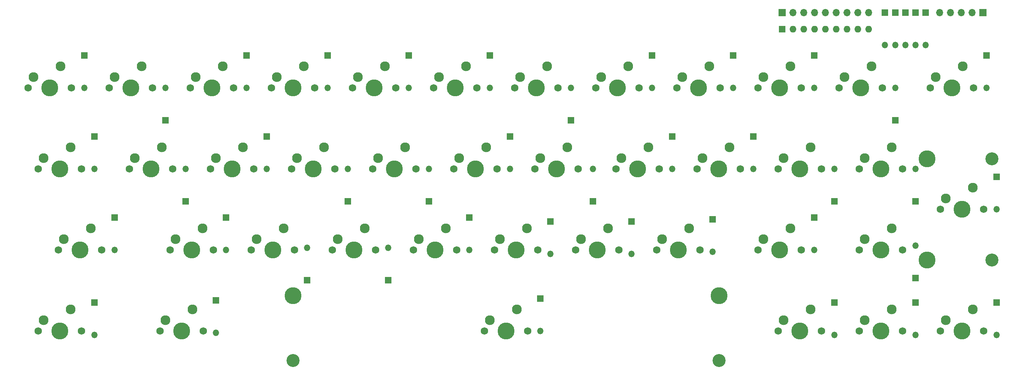
<source format=gbr>
%TF.GenerationSoftware,KiCad,Pcbnew,7.0.1*%
%TF.CreationDate,2023-04-30T14:25:03+01:00*%
%TF.ProjectId,40key,34306b65-792e-46b6-9963-61645f706362,rev?*%
%TF.SameCoordinates,Original*%
%TF.FileFunction,Soldermask,Bot*%
%TF.FilePolarity,Negative*%
%FSLAX46Y46*%
G04 Gerber Fmt 4.6, Leading zero omitted, Abs format (unit mm)*
G04 Created by KiCad (PCBNEW 7.0.1) date 2023-04-30 14:25:03*
%MOMM*%
%LPD*%
G01*
G04 APERTURE LIST*
%ADD10C,3.048000*%
%ADD11C,3.987800*%
%ADD12R,1.500000X1.500000*%
%ADD13O,1.500000X1.500000*%
%ADD14C,1.750000*%
%ADD15C,2.300000*%
%ADD16R,1.700000X1.700000*%
%ADD17O,1.700000X1.700000*%
%ADD18R,1.600000X1.600000*%
%ADD19O,1.600000X1.600000*%
G04 APERTURE END LIST*
D10*
%TO.C,S2*%
X200536106Y-118427974D03*
D11*
X200536106Y-103187974D03*
D10*
X100523606Y-118427974D03*
D11*
X100523606Y-103187974D03*
%TD*%
D12*
%TO.C,D23*%
X151447500Y-65722500D03*
D13*
X151447500Y-73342500D03*
%TD*%
D12*
%TO.C,D37*%
X199072500Y-85243750D03*
D13*
X199072500Y-92863750D03*
%TD*%
D14*
%TO.C,MX16*%
X100171250Y-73342500D03*
D11*
X105251250Y-73342500D03*
D14*
X110331250Y-73342500D03*
D15*
X101441250Y-70802500D03*
X107791250Y-68262500D03*
%TD*%
D12*
%TO.C,D13*%
X184785000Y-46672500D03*
D13*
X184785000Y-54292500D03*
%TD*%
D14*
%TO.C,MX35*%
X40640000Y-111442500D03*
D11*
X45720000Y-111442500D03*
D14*
X50800000Y-111442500D03*
D15*
X41910000Y-108902500D03*
X48260000Y-106362500D03*
%TD*%
D16*
%TO.C,J1*%
X215423750Y-36628706D03*
D17*
X217963750Y-36628706D03*
X220503750Y-36628706D03*
X223043750Y-36628706D03*
X225583750Y-36628706D03*
X228123750Y-36628706D03*
X230663750Y-36628706D03*
X233203750Y-36628706D03*
X235743750Y-36628706D03*
%TD*%
D12*
%TO.C,D35*%
X160972500Y-85725000D03*
D13*
X160972500Y-93345000D03*
%TD*%
D12*
%TO.C,D34*%
X141922500Y-84772500D03*
D13*
X141922500Y-92392500D03*
%TD*%
D12*
%TO.C,D9*%
X108585000Y-46667500D03*
D13*
X108585000Y-54287500D03*
%TD*%
D14*
%TO.C,MX6*%
X133508750Y-54292500D03*
D11*
X138588750Y-54292500D03*
D14*
X143668750Y-54292500D03*
D15*
X134778750Y-51752500D03*
X141128750Y-49212500D03*
%TD*%
D14*
%TO.C,MX26*%
X71596250Y-92392500D03*
D11*
X76676250Y-92392500D03*
D14*
X81756250Y-92392500D03*
D15*
X72866250Y-89852500D03*
X79216250Y-87312500D03*
%TD*%
D14*
%TO.C,MX31*%
X166846250Y-92392500D03*
D11*
X171926250Y-92392500D03*
D14*
X177006250Y-92392500D03*
D15*
X168116250Y-89852500D03*
X174466250Y-87312500D03*
%TD*%
D14*
%TO.C,MX21*%
X195421250Y-73342500D03*
D11*
X200501250Y-73342500D03*
D14*
X205581250Y-73342500D03*
D15*
X196691250Y-70802500D03*
X203041250Y-68262500D03*
%TD*%
D12*
%TO.C,D36*%
X180022500Y-85720000D03*
D13*
X180022500Y-93340000D03*
%TD*%
D12*
%TO.C,D43*%
X227647500Y-104775000D03*
D13*
X227647500Y-112395000D03*
%TD*%
D10*
%TO.C,S1*%
X264636250Y-70961250D03*
D11*
X249396250Y-70961250D03*
D10*
X264636250Y-94773750D03*
D11*
X249396250Y-94773750D03*
%TD*%
D12*
%TO.C,D17*%
X263366250Y-46667500D03*
D13*
X263366250Y-54287500D03*
%TD*%
D14*
%TO.C,MX37*%
X145415000Y-111442500D03*
D11*
X150495000Y-111442500D03*
D14*
X155575000Y-111442500D03*
D15*
X146685000Y-108902500D03*
X153035000Y-106362500D03*
%TD*%
D12*
%TO.C,D38*%
X82391250Y-104293750D03*
D13*
X82391250Y-111913750D03*
%TD*%
D14*
%TO.C,MX33*%
X209708750Y-92392500D03*
D11*
X214788750Y-92392500D03*
D14*
X219868750Y-92392500D03*
D15*
X210978750Y-89852500D03*
X217328750Y-87312500D03*
%TD*%
D12*
%TO.C,D44*%
X246697500Y-104770000D03*
D13*
X246697500Y-112390000D03*
%TD*%
D12*
%TO.C,D25*%
X189547500Y-65722500D03*
D13*
X189547500Y-73342500D03*
%TD*%
D14*
%TO.C,MX12*%
X250190000Y-54292500D03*
D11*
X255270000Y-54292500D03*
D14*
X260350000Y-54292500D03*
D15*
X251460000Y-51752500D03*
X257810000Y-49212500D03*
%TD*%
D12*
%TO.C,D16*%
X241935000Y-61917500D03*
D13*
X241935000Y-54297500D03*
%TD*%
D14*
%TO.C,MX34*%
X233521250Y-92392500D03*
D11*
X238601250Y-92392500D03*
D14*
X243681250Y-92392500D03*
D15*
X234791250Y-89852500D03*
X241141250Y-87312500D03*
%TD*%
D12*
%TO.C,D3*%
X244316250Y-36623706D03*
D13*
X244316250Y-44243706D03*
%TD*%
D12*
%TO.C,D29*%
X265747500Y-75242500D03*
D13*
X265747500Y-82862500D03*
%TD*%
D12*
%TO.C,D40*%
X53816250Y-104770000D03*
D13*
X53816250Y-112390000D03*
%TD*%
D12*
%TO.C,D6*%
X51435000Y-46667500D03*
D13*
X51435000Y-54287500D03*
%TD*%
D12*
%TO.C,D28*%
X246697500Y-80967500D03*
D13*
X246697500Y-73347500D03*
%TD*%
D12*
%TO.C,D5*%
X249078750Y-36623706D03*
D13*
X249078750Y-44243706D03*
%TD*%
D16*
%TO.C,J2*%
X262572500Y-36628706D03*
D17*
X260032500Y-36628706D03*
X257492500Y-36628706D03*
X254952500Y-36628706D03*
X252412500Y-36628706D03*
%TD*%
D14*
%TO.C,MX13*%
X40640000Y-73342500D03*
D11*
X45720000Y-73342500D03*
D14*
X50800000Y-73342500D03*
D15*
X41910000Y-70802500D03*
X48260000Y-68262500D03*
%TD*%
D12*
%TO.C,D26*%
X208597500Y-65722500D03*
D13*
X208597500Y-73342500D03*
%TD*%
D12*
%TO.C,D32*%
X103822500Y-99541250D03*
D13*
X103822500Y-91921250D03*
%TD*%
D14*
%TO.C,MX17*%
X119221250Y-73342500D03*
D11*
X124301250Y-73342500D03*
D14*
X129381250Y-73342500D03*
D15*
X120491250Y-70802500D03*
X126841250Y-68262500D03*
%TD*%
D12*
%TO.C,D7*%
X70485000Y-61917500D03*
D13*
X70485000Y-54297500D03*
%TD*%
D14*
%TO.C,MX23*%
X233521250Y-73342500D03*
D11*
X238601250Y-73342500D03*
D14*
X243681250Y-73342500D03*
D15*
X234791250Y-70802500D03*
X241141250Y-68262500D03*
%TD*%
D14*
%TO.C,MX5*%
X114458750Y-54292500D03*
D11*
X119538750Y-54292500D03*
D14*
X124618750Y-54292500D03*
D15*
X115728750Y-51752500D03*
X122078750Y-49212500D03*
%TD*%
D14*
%TO.C,MX30*%
X147796250Y-92392500D03*
D11*
X152876250Y-92392500D03*
D14*
X157956250Y-92392500D03*
D15*
X149066250Y-89852500D03*
X155416250Y-87312500D03*
%TD*%
D12*
%TO.C,D14*%
X203835000Y-46667500D03*
D13*
X203835000Y-54287500D03*
%TD*%
D14*
%TO.C,MX22*%
X214471250Y-73342500D03*
D11*
X219551250Y-73342500D03*
D14*
X224631250Y-73342500D03*
D15*
X215741250Y-70802500D03*
X222091250Y-68262500D03*
%TD*%
D14*
%TO.C,MX19*%
X157321250Y-73342500D03*
D11*
X162401250Y-73342500D03*
D14*
X167481250Y-73342500D03*
D15*
X158591250Y-70802500D03*
X164941250Y-68262500D03*
%TD*%
D12*
%TO.C,D4*%
X246697500Y-36623706D03*
D13*
X246697500Y-44243706D03*
%TD*%
D12*
%TO.C,D31*%
X84772500Y-84767500D03*
D13*
X84772500Y-92387500D03*
%TD*%
D14*
%TO.C,MX28*%
X109696250Y-92392500D03*
D11*
X114776250Y-92392500D03*
D14*
X119856250Y-92392500D03*
D15*
X110966250Y-89852500D03*
X117316250Y-87312500D03*
%TD*%
D14*
%TO.C,MX1*%
X38258750Y-54292500D03*
D11*
X43338750Y-54292500D03*
D14*
X48418750Y-54292500D03*
D15*
X39528750Y-51752500D03*
X45878750Y-49212500D03*
%TD*%
D14*
%TO.C,MX40*%
X252571250Y-111442500D03*
D11*
X257651250Y-111442500D03*
D14*
X262731250Y-111442500D03*
D15*
X253841250Y-108902500D03*
X260191250Y-106362500D03*
%TD*%
D14*
%TO.C,MX27*%
X90646250Y-92392500D03*
D11*
X95726250Y-92392500D03*
D14*
X100806250Y-92392500D03*
D15*
X91916250Y-89852500D03*
X98266250Y-87312500D03*
%TD*%
D14*
%TO.C,MX11*%
X228758750Y-54292500D03*
D11*
X233838750Y-54292500D03*
D14*
X238918750Y-54292500D03*
D15*
X230028750Y-51752500D03*
X236378750Y-49212500D03*
%TD*%
D14*
%TO.C,MX14*%
X62071250Y-73342500D03*
D11*
X67151250Y-73342500D03*
D14*
X72231250Y-73342500D03*
D15*
X63341250Y-70802500D03*
X69691250Y-68262500D03*
%TD*%
D12*
%TO.C,D12*%
X165735000Y-61912500D03*
D13*
X165735000Y-54292500D03*
%TD*%
D12*
%TO.C,D8*%
X89535000Y-46667500D03*
D13*
X89535000Y-54287500D03*
%TD*%
D12*
%TO.C,D41*%
X222885000Y-84767500D03*
D13*
X222885000Y-92387500D03*
%TD*%
D12*
%TO.C,D1*%
X239553750Y-36623706D03*
D13*
X239553750Y-44243706D03*
%TD*%
D12*
%TO.C,D10*%
X127635000Y-46672500D03*
D13*
X127635000Y-54292500D03*
%TD*%
D12*
%TO.C,D30*%
X58578750Y-84767500D03*
D13*
X58578750Y-92387500D03*
%TD*%
D14*
%TO.C,MX15*%
X81121250Y-73342500D03*
D11*
X86201250Y-73342500D03*
D14*
X91281250Y-73342500D03*
D15*
X82391250Y-70802500D03*
X88741250Y-68262500D03*
%TD*%
D14*
%TO.C,MX25*%
X45402500Y-92392500D03*
D11*
X50482500Y-92392500D03*
D14*
X55562500Y-92392500D03*
D15*
X46672500Y-89852500D03*
X53022500Y-87312500D03*
%TD*%
D18*
%TO.C,RN1*%
X215423750Y-40481250D03*
D19*
X217963750Y-40481250D03*
X220503750Y-40481250D03*
X223043750Y-40481250D03*
X225583750Y-40481250D03*
X228123750Y-40481250D03*
X230663750Y-40481250D03*
X233203750Y-40481250D03*
X235743750Y-40481250D03*
%TD*%
D14*
%TO.C,MX29*%
X128746250Y-92392500D03*
D11*
X133826250Y-92392500D03*
D14*
X138906250Y-92392500D03*
D15*
X130016250Y-89852500D03*
X136366250Y-87312500D03*
%TD*%
D12*
%TO.C,D42*%
X158591250Y-103817500D03*
D13*
X158591250Y-111437500D03*
%TD*%
D14*
%TO.C,MX39*%
X233521250Y-111442500D03*
D11*
X238601250Y-111442500D03*
D14*
X243681250Y-111442500D03*
D15*
X234791250Y-108902500D03*
X241141250Y-106362500D03*
%TD*%
D12*
%TO.C,D39*%
X246697500Y-99065000D03*
D13*
X246697500Y-91445000D03*
%TD*%
D12*
%TO.C,D33*%
X122872500Y-99536250D03*
D13*
X122872500Y-91916250D03*
%TD*%
D14*
%TO.C,MX20*%
X176371250Y-73342500D03*
D11*
X181451250Y-73342500D03*
D14*
X186531250Y-73342500D03*
D15*
X177641250Y-70802500D03*
X183991250Y-68262500D03*
%TD*%
D14*
%TO.C,MX36*%
X69215000Y-111442500D03*
D11*
X74295000Y-111442500D03*
D14*
X79375000Y-111442500D03*
D15*
X70485000Y-108902500D03*
X76835000Y-106362500D03*
%TD*%
D12*
%TO.C,D20*%
X94297500Y-65717500D03*
D13*
X94297500Y-73337500D03*
%TD*%
D14*
%TO.C,MX24*%
X252571250Y-82867500D03*
D11*
X257651250Y-82867500D03*
D14*
X262731250Y-82867500D03*
D15*
X253841250Y-80327500D03*
X260191250Y-77787500D03*
%TD*%
D14*
%TO.C,MX18*%
X138271250Y-73342500D03*
D11*
X143351250Y-73342500D03*
D14*
X148431250Y-73342500D03*
D15*
X139541250Y-70802500D03*
X145891250Y-68262500D03*
%TD*%
D12*
%TO.C,D22*%
X132397500Y-80967500D03*
D13*
X132397500Y-73347500D03*
%TD*%
D12*
%TO.C,D45*%
X265747500Y-104770000D03*
D13*
X265747500Y-112390000D03*
%TD*%
D14*
%TO.C,MX38*%
X214471250Y-111442500D03*
D11*
X219551250Y-111442500D03*
D14*
X224631250Y-111442500D03*
D15*
X215741250Y-108902500D03*
X222091250Y-106362500D03*
%TD*%
D14*
%TO.C,MX8*%
X171608750Y-54292500D03*
D11*
X176688750Y-54292500D03*
D14*
X181768750Y-54292500D03*
D15*
X172878750Y-51752500D03*
X179228750Y-49212500D03*
%TD*%
D12*
%TO.C,D11*%
X146685000Y-46667500D03*
D13*
X146685000Y-54287500D03*
%TD*%
D14*
%TO.C,MX3*%
X76358750Y-54292500D03*
D11*
X81438750Y-54292500D03*
D14*
X86518750Y-54292500D03*
D15*
X77628750Y-51752500D03*
X83978750Y-49212500D03*
%TD*%
D14*
%TO.C,MX10*%
X209708750Y-54292500D03*
D11*
X214788750Y-54292500D03*
D14*
X219868750Y-54292500D03*
D15*
X210978750Y-51752500D03*
X217328750Y-49212500D03*
%TD*%
D14*
%TO.C,MX4*%
X95408750Y-54292500D03*
D11*
X100488750Y-54292500D03*
D14*
X105568750Y-54292500D03*
D15*
X96678750Y-51752500D03*
X103028750Y-49212500D03*
%TD*%
D12*
%TO.C,D2*%
X241935000Y-36623706D03*
D13*
X241935000Y-44243706D03*
%TD*%
D12*
%TO.C,D24*%
X170973750Y-80967500D03*
D13*
X170973750Y-73347500D03*
%TD*%
D12*
%TO.C,D15*%
X222885000Y-46667500D03*
D13*
X222885000Y-54287500D03*
%TD*%
D12*
%TO.C,D18*%
X53816250Y-65717500D03*
D13*
X53816250Y-73337500D03*
%TD*%
D14*
%TO.C,MX7*%
X152558750Y-54292500D03*
D11*
X157638750Y-54292500D03*
D14*
X162718750Y-54292500D03*
D15*
X153828750Y-51752500D03*
X160178750Y-49212500D03*
%TD*%
D12*
%TO.C,D21*%
X113347500Y-80967500D03*
D13*
X113347500Y-73347500D03*
%TD*%
D12*
%TO.C,D19*%
X75247500Y-80967500D03*
D13*
X75247500Y-73347500D03*
%TD*%
D14*
%TO.C,MX32*%
X185896250Y-92392500D03*
D11*
X190976250Y-92392500D03*
D14*
X196056250Y-92392500D03*
D15*
X187166250Y-89852500D03*
X193516250Y-87312500D03*
%TD*%
D14*
%TO.C,MX9*%
X190658750Y-54292500D03*
D11*
X195738750Y-54292500D03*
D14*
X200818750Y-54292500D03*
D15*
X191928750Y-51752500D03*
X198278750Y-49212500D03*
%TD*%
D12*
%TO.C,D27*%
X227647500Y-80962500D03*
D13*
X227647500Y-73342500D03*
%TD*%
D14*
%TO.C,MX2*%
X57308750Y-54292500D03*
D11*
X62388750Y-54292500D03*
D14*
X67468750Y-54292500D03*
D15*
X58578750Y-51752500D03*
X64928750Y-49212500D03*
%TD*%
M02*

</source>
